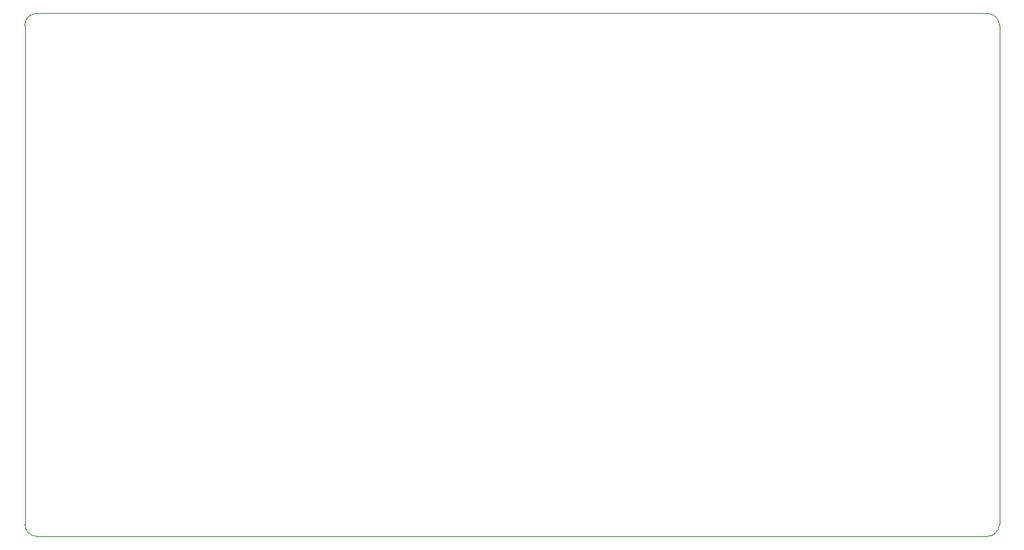
<source format=gbr>
%TF.GenerationSoftware,KiCad,Pcbnew,(6.0.9)*%
%TF.CreationDate,2023-01-27T11:08:56+01:00*%
%TF.ProjectId,picoflasher,7069636f-666c-4617-9368-65722e6b6963,rev?*%
%TF.SameCoordinates,Original*%
%TF.FileFunction,Profile,NP*%
%FSLAX46Y46*%
G04 Gerber Fmt 4.6, Leading zero omitted, Abs format (unit mm)*
G04 Created by KiCad (PCBNEW (6.0.9)) date 2023-01-27 11:08:56*
%MOMM*%
%LPD*%
G01*
G04 APERTURE LIST*
%TA.AperFunction,Profile*%
%ADD10C,0.100000*%
%TD*%
G04 APERTURE END LIST*
D10*
X115570000Y-36830000D02*
X115570000Y-88900000D01*
X115570000Y-36830000D02*
G75*
G03*
X114300000Y-35560000I-1270000J0D01*
G01*
X13970000Y-88900000D02*
G75*
G03*
X15240000Y-90170000I1270000J0D01*
G01*
X114300000Y-90170000D02*
X15240000Y-90170000D01*
X13970000Y-88900000D02*
X13970000Y-36830000D01*
X114300000Y-90170000D02*
G75*
G03*
X115570000Y-88900000I0J1270000D01*
G01*
X15240000Y-35560000D02*
G75*
G03*
X13970000Y-36830000I0J-1270000D01*
G01*
X15240000Y-35560000D02*
X114300000Y-35560000D01*
M02*

</source>
